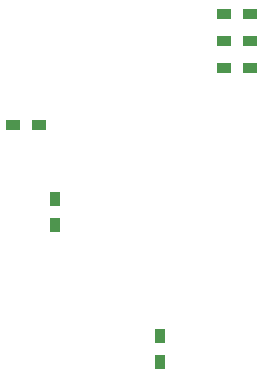
<source format=gtp>
G04 #@! TF.GenerationSoftware,KiCad,Pcbnew,(2018-01-30 revision 342197bb3)-makepkg*
G04 #@! TF.CreationDate,2019-02-26T10:02:36-05:00*
G04 #@! TF.ProjectId,AAMB,41414D422E6B696361645F7063620000,rev?*
G04 #@! TF.SameCoordinates,Original*
G04 #@! TF.FileFunction,Paste,Top*
G04 #@! TF.FilePolarity,Positive*
%FSLAX46Y46*%
G04 Gerber Fmt 4.6, Leading zero omitted, Abs format (unit mm)*
G04 Created by KiCad (PCBNEW (2018-01-30 revision 342197bb3)-makepkg) date 02/26/19 10:02:36*
%MOMM*%
%LPD*%
G01*
G04 APERTURE LIST*
%ADD10R,0.900000X1.200000*%
%ADD11R,1.200000X0.900000*%
G04 APERTURE END LIST*
D10*
X160020000Y-91018000D03*
X160020000Y-93218000D03*
X151130000Y-81618000D03*
X151130000Y-79418000D03*
D11*
X165440000Y-68326000D03*
X167640000Y-68326000D03*
X147574000Y-73152000D03*
X149774000Y-73152000D03*
X165440000Y-63754000D03*
X167640000Y-63754000D03*
X165440000Y-66040000D03*
X167640000Y-66040000D03*
M02*

</source>
